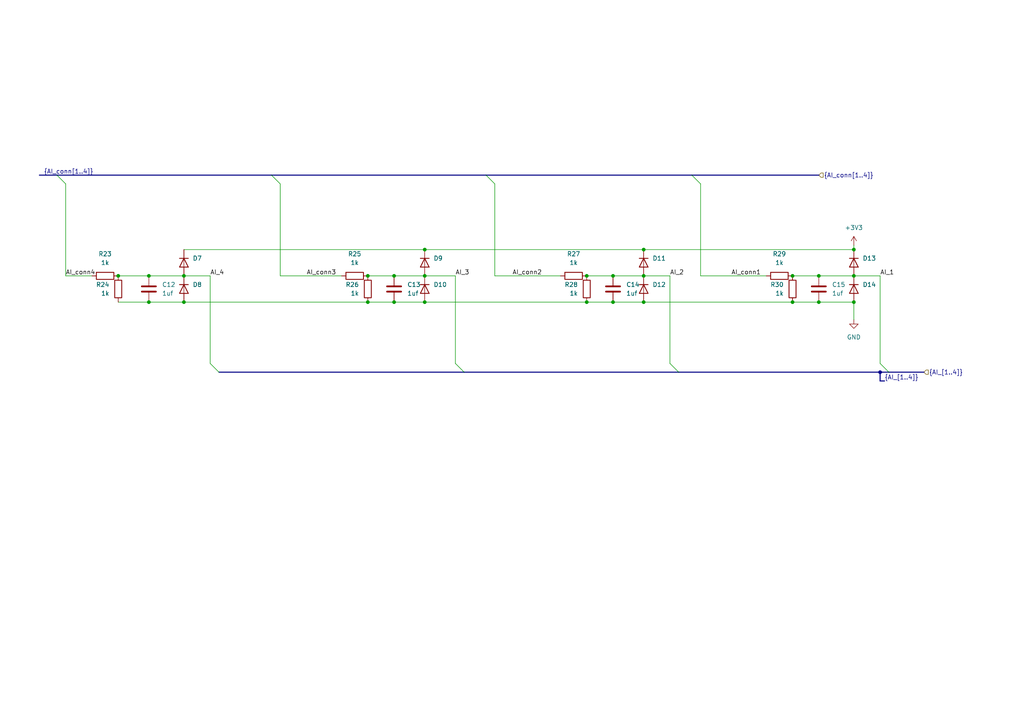
<source format=kicad_sch>
(kicad_sch
	(version 20231120)
	(generator "eeschema")
	(generator_version "8.0")
	(uuid "28447433-6024-4a74-81b1-fc2684fc0ff8")
	(paper "A4")
	(lib_symbols
		(symbol "Device:C"
			(pin_numbers hide)
			(pin_names
				(offset 0.254)
			)
			(exclude_from_sim no)
			(in_bom yes)
			(on_board yes)
			(property "Reference" "C"
				(at 0.635 2.54 0)
				(effects
					(font
						(size 1.27 1.27)
					)
					(justify left)
				)
			)
			(property "Value" "C"
				(at 0.635 -2.54 0)
				(effects
					(font
						(size 1.27 1.27)
					)
					(justify left)
				)
			)
			(property "Footprint" ""
				(at 0.9652 -3.81 0)
				(effects
					(font
						(size 1.27 1.27)
					)
					(hide yes)
				)
			)
			(property "Datasheet" "~"
				(at 0 0 0)
				(effects
					(font
						(size 1.27 1.27)
					)
					(hide yes)
				)
			)
			(property "Description" "Unpolarized capacitor"
				(at 0 0 0)
				(effects
					(font
						(size 1.27 1.27)
					)
					(hide yes)
				)
			)
			(property "ki_keywords" "cap capacitor"
				(at 0 0 0)
				(effects
					(font
						(size 1.27 1.27)
					)
					(hide yes)
				)
			)
			(property "ki_fp_filters" "C_*"
				(at 0 0 0)
				(effects
					(font
						(size 1.27 1.27)
					)
					(hide yes)
				)
			)
			(symbol "C_0_1"
				(polyline
					(pts
						(xy -2.032 -0.762) (xy 2.032 -0.762)
					)
					(stroke
						(width 0.508)
						(type default)
					)
					(fill
						(type none)
					)
				)
				(polyline
					(pts
						(xy -2.032 0.762) (xy 2.032 0.762)
					)
					(stroke
						(width 0.508)
						(type default)
					)
					(fill
						(type none)
					)
				)
			)
			(symbol "C_1_1"
				(pin passive line
					(at 0 3.81 270)
					(length 2.794)
					(name "~"
						(effects
							(font
								(size 1.27 1.27)
							)
						)
					)
					(number "1"
						(effects
							(font
								(size 1.27 1.27)
							)
						)
					)
				)
				(pin passive line
					(at 0 -3.81 90)
					(length 2.794)
					(name "~"
						(effects
							(font
								(size 1.27 1.27)
							)
						)
					)
					(number "2"
						(effects
							(font
								(size 1.27 1.27)
							)
						)
					)
				)
			)
		)
		(symbol "Device:D"
			(pin_numbers hide)
			(pin_names
				(offset 1.016) hide)
			(exclude_from_sim no)
			(in_bom yes)
			(on_board yes)
			(property "Reference" "D"
				(at 0 2.54 0)
				(effects
					(font
						(size 1.27 1.27)
					)
				)
			)
			(property "Value" "D"
				(at 0 -2.54 0)
				(effects
					(font
						(size 1.27 1.27)
					)
				)
			)
			(property "Footprint" ""
				(at 0 0 0)
				(effects
					(font
						(size 1.27 1.27)
					)
					(hide yes)
				)
			)
			(property "Datasheet" "~"
				(at 0 0 0)
				(effects
					(font
						(size 1.27 1.27)
					)
					(hide yes)
				)
			)
			(property "Description" "Diode"
				(at 0 0 0)
				(effects
					(font
						(size 1.27 1.27)
					)
					(hide yes)
				)
			)
			(property "Sim.Device" "D"
				(at 0 0 0)
				(effects
					(font
						(size 1.27 1.27)
					)
					(hide yes)
				)
			)
			(property "Sim.Pins" "1=K 2=A"
				(at 0 0 0)
				(effects
					(font
						(size 1.27 1.27)
					)
					(hide yes)
				)
			)
			(property "ki_keywords" "diode"
				(at 0 0 0)
				(effects
					(font
						(size 1.27 1.27)
					)
					(hide yes)
				)
			)
			(property "ki_fp_filters" "TO-???* *_Diode_* *SingleDiode* D_*"
				(at 0 0 0)
				(effects
					(font
						(size 1.27 1.27)
					)
					(hide yes)
				)
			)
			(symbol "D_0_1"
				(polyline
					(pts
						(xy -1.27 1.27) (xy -1.27 -1.27)
					)
					(stroke
						(width 0.254)
						(type default)
					)
					(fill
						(type none)
					)
				)
				(polyline
					(pts
						(xy 1.27 0) (xy -1.27 0)
					)
					(stroke
						(width 0)
						(type default)
					)
					(fill
						(type none)
					)
				)
				(polyline
					(pts
						(xy 1.27 1.27) (xy 1.27 -1.27) (xy -1.27 0) (xy 1.27 1.27)
					)
					(stroke
						(width 0.254)
						(type default)
					)
					(fill
						(type none)
					)
				)
			)
			(symbol "D_1_1"
				(pin passive line
					(at -3.81 0 0)
					(length 2.54)
					(name "K"
						(effects
							(font
								(size 1.27 1.27)
							)
						)
					)
					(number "1"
						(effects
							(font
								(size 1.27 1.27)
							)
						)
					)
				)
				(pin passive line
					(at 3.81 0 180)
					(length 2.54)
					(name "A"
						(effects
							(font
								(size 1.27 1.27)
							)
						)
					)
					(number "2"
						(effects
							(font
								(size 1.27 1.27)
							)
						)
					)
				)
			)
		)
		(symbol "Device:R"
			(pin_numbers hide)
			(pin_names
				(offset 0)
			)
			(exclude_from_sim no)
			(in_bom yes)
			(on_board yes)
			(property "Reference" "R"
				(at 2.032 0 90)
				(effects
					(font
						(size 1.27 1.27)
					)
				)
			)
			(property "Value" "R"
				(at 0 0 90)
				(effects
					(font
						(size 1.27 1.27)
					)
				)
			)
			(property "Footprint" ""
				(at -1.778 0 90)
				(effects
					(font
						(size 1.27 1.27)
					)
					(hide yes)
				)
			)
			(property "Datasheet" "~"
				(at 0 0 0)
				(effects
					(font
						(size 1.27 1.27)
					)
					(hide yes)
				)
			)
			(property "Description" "Resistor"
				(at 0 0 0)
				(effects
					(font
						(size 1.27 1.27)
					)
					(hide yes)
				)
			)
			(property "ki_keywords" "R res resistor"
				(at 0 0 0)
				(effects
					(font
						(size 1.27 1.27)
					)
					(hide yes)
				)
			)
			(property "ki_fp_filters" "R_*"
				(at 0 0 0)
				(effects
					(font
						(size 1.27 1.27)
					)
					(hide yes)
				)
			)
			(symbol "R_0_1"
				(rectangle
					(start -1.016 -2.54)
					(end 1.016 2.54)
					(stroke
						(width 0.254)
						(type default)
					)
					(fill
						(type none)
					)
				)
			)
			(symbol "R_1_1"
				(pin passive line
					(at 0 3.81 270)
					(length 1.27)
					(name "~"
						(effects
							(font
								(size 1.27 1.27)
							)
						)
					)
					(number "1"
						(effects
							(font
								(size 1.27 1.27)
							)
						)
					)
				)
				(pin passive line
					(at 0 -3.81 90)
					(length 1.27)
					(name "~"
						(effects
							(font
								(size 1.27 1.27)
							)
						)
					)
					(number "2"
						(effects
							(font
								(size 1.27 1.27)
							)
						)
					)
				)
			)
		)
		(symbol "power:+3V3"
			(power)
			(pin_numbers hide)
			(pin_names
				(offset 0) hide)
			(exclude_from_sim no)
			(in_bom yes)
			(on_board yes)
			(property "Reference" "#PWR"
				(at 0 -3.81 0)
				(effects
					(font
						(size 1.27 1.27)
					)
					(hide yes)
				)
			)
			(property "Value" "+3V3"
				(at 0 3.556 0)
				(effects
					(font
						(size 1.27 1.27)
					)
				)
			)
			(property "Footprint" ""
				(at 0 0 0)
				(effects
					(font
						(size 1.27 1.27)
					)
					(hide yes)
				)
			)
			(property "Datasheet" ""
				(at 0 0 0)
				(effects
					(font
						(size 1.27 1.27)
					)
					(hide yes)
				)
			)
			(property "Description" "Power symbol creates a global label with name \"+3V3\""
				(at 0 0 0)
				(effects
					(font
						(size 1.27 1.27)
					)
					(hide yes)
				)
			)
			(property "ki_keywords" "global power"
				(at 0 0 0)
				(effects
					(font
						(size 1.27 1.27)
					)
					(hide yes)
				)
			)
			(symbol "+3V3_0_1"
				(polyline
					(pts
						(xy -0.762 1.27) (xy 0 2.54)
					)
					(stroke
						(width 0)
						(type default)
					)
					(fill
						(type none)
					)
				)
				(polyline
					(pts
						(xy 0 0) (xy 0 2.54)
					)
					(stroke
						(width 0)
						(type default)
					)
					(fill
						(type none)
					)
				)
				(polyline
					(pts
						(xy 0 2.54) (xy 0.762 1.27)
					)
					(stroke
						(width 0)
						(type default)
					)
					(fill
						(type none)
					)
				)
			)
			(symbol "+3V3_1_1"
				(pin power_in line
					(at 0 0 90)
					(length 0)
					(name "~"
						(effects
							(font
								(size 1.27 1.27)
							)
						)
					)
					(number "1"
						(effects
							(font
								(size 1.27 1.27)
							)
						)
					)
				)
			)
		)
		(symbol "power:GND"
			(power)
			(pin_numbers hide)
			(pin_names
				(offset 0) hide)
			(exclude_from_sim no)
			(in_bom yes)
			(on_board yes)
			(property "Reference" "#PWR"
				(at 0 -6.35 0)
				(effects
					(font
						(size 1.27 1.27)
					)
					(hide yes)
				)
			)
			(property "Value" "GND"
				(at 0 -3.81 0)
				(effects
					(font
						(size 1.27 1.27)
					)
				)
			)
			(property "Footprint" ""
				(at 0 0 0)
				(effects
					(font
						(size 1.27 1.27)
					)
					(hide yes)
				)
			)
			(property "Datasheet" ""
				(at 0 0 0)
				(effects
					(font
						(size 1.27 1.27)
					)
					(hide yes)
				)
			)
			(property "Description" "Power symbol creates a global label with name \"GND\" , ground"
				(at 0 0 0)
				(effects
					(font
						(size 1.27 1.27)
					)
					(hide yes)
				)
			)
			(property "ki_keywords" "global power"
				(at 0 0 0)
				(effects
					(font
						(size 1.27 1.27)
					)
					(hide yes)
				)
			)
			(symbol "GND_0_1"
				(polyline
					(pts
						(xy 0 0) (xy 0 -1.27) (xy 1.27 -1.27) (xy 0 -2.54) (xy -1.27 -1.27) (xy 0 -1.27)
					)
					(stroke
						(width 0)
						(type default)
					)
					(fill
						(type none)
					)
				)
			)
			(symbol "GND_1_1"
				(pin power_in line
					(at 0 0 270)
					(length 0)
					(name "~"
						(effects
							(font
								(size 1.27 1.27)
							)
						)
					)
					(number "1"
						(effects
							(font
								(size 1.27 1.27)
							)
						)
					)
				)
			)
		)
	)
	(junction
		(at 229.87 87.63)
		(diameter 0)
		(color 0 0 0 0)
		(uuid "0888861c-74e4-4652-920b-f9c96131b2f2")
	)
	(junction
		(at 53.34 87.63)
		(diameter 0)
		(color 0 0 0 0)
		(uuid "0a8d597c-fe36-4f29-ab10-fe2a4e4cc8e9")
	)
	(junction
		(at 177.8 80.01)
		(diameter 0)
		(color 0 0 0 0)
		(uuid "2204862b-472b-4496-84bb-a68670e7bca5")
	)
	(junction
		(at 229.87 80.01)
		(diameter 0)
		(color 0 0 0 0)
		(uuid "2786478b-5962-4f86-b223-f86366e7c428")
	)
	(junction
		(at 186.69 80.01)
		(diameter 0)
		(color 0 0 0 0)
		(uuid "536a8fd8-12fe-46fa-8b8b-b468f1ac6dcd")
	)
	(junction
		(at 255.27 107.95)
		(diameter 0)
		(color 0 0 0 0)
		(uuid "5f70e00e-df87-4c80-995a-e841e3eeeb73")
	)
	(junction
		(at 237.49 80.01)
		(diameter 0)
		(color 0 0 0 0)
		(uuid "6c72f446-fbb5-4973-afa8-d3edac86786f")
	)
	(junction
		(at 247.65 72.39)
		(diameter 0)
		(color 0 0 0 0)
		(uuid "6e9ef986-ee54-4464-81f2-e218e5eb7443")
	)
	(junction
		(at 123.19 80.01)
		(diameter 0)
		(color 0 0 0 0)
		(uuid "786b636b-4655-4091-8c4f-0e78e68218d0")
	)
	(junction
		(at 247.65 87.63)
		(diameter 0)
		(color 0 0 0 0)
		(uuid "8237632a-3532-451b-b8eb-934c616d5ea0")
	)
	(junction
		(at 43.18 80.01)
		(diameter 0)
		(color 0 0 0 0)
		(uuid "85a60a8b-2578-42b1-a0c8-05ac19b468c7")
	)
	(junction
		(at 43.18 87.63)
		(diameter 0)
		(color 0 0 0 0)
		(uuid "8af25ffb-5406-4ca7-9b45-5e8da8320b28")
	)
	(junction
		(at 114.3 80.01)
		(diameter 0)
		(color 0 0 0 0)
		(uuid "8ded1e5a-55c4-4fe7-bcba-a6d20ba08a6a")
	)
	(junction
		(at 186.69 87.63)
		(diameter 0)
		(color 0 0 0 0)
		(uuid "8eec9dc8-0281-4aa5-9171-4973fbb16c75")
	)
	(junction
		(at 177.8 87.63)
		(diameter 0)
		(color 0 0 0 0)
		(uuid "97ab60f9-f26d-472b-9429-88d4ac2474da")
	)
	(junction
		(at 237.49 87.63)
		(diameter 0)
		(color 0 0 0 0)
		(uuid "a230af0e-8f32-4d58-9e68-8f9557d08908")
	)
	(junction
		(at 186.69 72.39)
		(diameter 0)
		(color 0 0 0 0)
		(uuid "b44973a0-493f-4d03-a74a-690534857021")
	)
	(junction
		(at 123.19 87.63)
		(diameter 0)
		(color 0 0 0 0)
		(uuid "c11e07c3-3241-47e8-839d-277452875ceb")
	)
	(junction
		(at 247.65 80.01)
		(diameter 0)
		(color 0 0 0 0)
		(uuid "c9c3fd3d-30a4-4f0c-adf3-0bad0be73163")
	)
	(junction
		(at 34.29 80.01)
		(diameter 0)
		(color 0 0 0 0)
		(uuid "c9e7bf5d-a828-4481-9ed4-4171cd323eac")
	)
	(junction
		(at 114.3 87.63)
		(diameter 0)
		(color 0 0 0 0)
		(uuid "cdbe8d80-a12c-4587-a638-47ee309c2aa7")
	)
	(junction
		(at 170.18 80.01)
		(diameter 0)
		(color 0 0 0 0)
		(uuid "d9dad4b6-acf5-44e2-8433-5ddc254fa1fb")
	)
	(junction
		(at 106.68 80.01)
		(diameter 0)
		(color 0 0 0 0)
		(uuid "df67ffd7-4739-4bae-acb7-07bf9338a022")
	)
	(junction
		(at 106.68 87.63)
		(diameter 0)
		(color 0 0 0 0)
		(uuid "e93a1b49-d19d-4409-91bc-77215032e069")
	)
	(junction
		(at 123.19 72.39)
		(diameter 0)
		(color 0 0 0 0)
		(uuid "ea7f241e-ec10-41b4-a57a-e24fb9150d3b")
	)
	(junction
		(at 53.34 80.01)
		(diameter 0)
		(color 0 0 0 0)
		(uuid "ec7c1ccc-af4b-4124-9dbe-49d37661dedd")
	)
	(junction
		(at 170.18 87.63)
		(diameter 0)
		(color 0 0 0 0)
		(uuid "f2344574-7941-4c0d-9a24-d1af85becf17")
	)
	(bus_entry
		(at 140.97 50.8)
		(size 2.54 2.54)
		(stroke
			(width 0)
			(type default)
		)
		(uuid "29be6de7-a9a9-4e79-8b5c-4af2148f750d")
	)
	(bus_entry
		(at 257.81 107.95)
		(size -2.54 -2.54)
		(stroke
			(width 0)
			(type default)
		)
		(uuid "2a75bc6c-0073-4cc6-be3d-56495344a5ae")
	)
	(bus_entry
		(at 200.66 50.8)
		(size 2.54 2.54)
		(stroke
			(width 0)
			(type default)
		)
		(uuid "2b7aa754-45f4-4692-afa0-15aef07aeaef")
	)
	(bus_entry
		(at 196.85 107.95)
		(size -2.54 -2.54)
		(stroke
			(width 0)
			(type default)
		)
		(uuid "3073c909-50ec-4d7d-8167-18f5b8816fbf")
	)
	(bus_entry
		(at 63.5 107.95)
		(size -2.54 -2.54)
		(stroke
			(width 0)
			(type default)
		)
		(uuid "334c832c-a8d6-4ff7-a254-03e8aa9fedbb")
	)
	(bus_entry
		(at 134.62 107.95)
		(size -2.54 -2.54)
		(stroke
			(width 0)
			(type default)
		)
		(uuid "7529d989-75c4-42df-b454-4837687d3955")
	)
	(bus_entry
		(at 16.51 50.8)
		(size 2.54 2.54)
		(stroke
			(width 0)
			(type default)
		)
		(uuid "7a4b8ddc-43c9-4cee-91e6-195be4776b17")
	)
	(bus_entry
		(at 78.74 50.8)
		(size 2.54 2.54)
		(stroke
			(width 0)
			(type default)
		)
		(uuid "899b28e2-bc03-42de-9d76-97f2e27d25a0")
	)
	(wire
		(pts
			(xy 132.08 80.01) (xy 123.19 80.01)
		)
		(stroke
			(width 0)
			(type default)
		)
		(uuid "0b529261-91ac-4225-b1fa-f59b0c676932")
	)
	(bus
		(pts
			(xy 255.27 110.49) (xy 255.27 107.95)
		)
		(stroke
			(width 0)
			(type default)
		)
		(uuid "13ff0516-7747-498b-892a-d65c22ffcc48")
	)
	(wire
		(pts
			(xy 81.28 80.01) (xy 99.06 80.01)
		)
		(stroke
			(width 0)
			(type default)
		)
		(uuid "1890cce0-537e-43c5-8afc-6d333757a04d")
	)
	(wire
		(pts
			(xy 114.3 87.63) (xy 123.19 87.63)
		)
		(stroke
			(width 0)
			(type default)
		)
		(uuid "1bcbc562-d4f5-4bd9-a165-e5127af54ace")
	)
	(bus
		(pts
			(xy 78.74 50.8) (xy 140.97 50.8)
		)
		(stroke
			(width 0)
			(type default)
		)
		(uuid "1f8ddcc0-0a5a-4b96-91cd-02b4efeeb273")
	)
	(bus
		(pts
			(xy 63.5 107.95) (xy 134.62 107.95)
		)
		(stroke
			(width 0)
			(type default)
		)
		(uuid "253048bf-5752-49a9-815c-28b71637e30b")
	)
	(wire
		(pts
			(xy 203.2 53.34) (xy 203.2 80.01)
		)
		(stroke
			(width 0)
			(type default)
		)
		(uuid "2643b22a-5912-4129-86a4-eacaf07f5767")
	)
	(wire
		(pts
			(xy 60.96 80.01) (xy 53.34 80.01)
		)
		(stroke
			(width 0)
			(type default)
		)
		(uuid "27265116-f147-4984-8732-f307b36f09f0")
	)
	(wire
		(pts
			(xy 43.18 87.63) (xy 53.34 87.63)
		)
		(stroke
			(width 0)
			(type default)
		)
		(uuid "43daa480-34de-4d40-9dd5-4c3060cbeb61")
	)
	(wire
		(pts
			(xy 247.65 80.01) (xy 255.27 80.01)
		)
		(stroke
			(width 0)
			(type default)
		)
		(uuid "4947b7b8-8e82-4cd0-958e-3f1488385d2c")
	)
	(wire
		(pts
			(xy 170.18 80.01) (xy 177.8 80.01)
		)
		(stroke
			(width 0)
			(type default)
		)
		(uuid "50a1d4de-e663-4ecc-b6ce-4de7e9ebbf76")
	)
	(wire
		(pts
			(xy 81.28 53.34) (xy 81.28 80.01)
		)
		(stroke
			(width 0)
			(type default)
		)
		(uuid "5475653f-8ff3-4fd7-a4a1-9172b51fb016")
	)
	(wire
		(pts
			(xy 177.8 87.63) (xy 186.69 87.63)
		)
		(stroke
			(width 0)
			(type default)
		)
		(uuid "5d7d5d8b-e26e-43e1-8331-d84a121f5c17")
	)
	(wire
		(pts
			(xy 247.65 71.12) (xy 247.65 72.39)
		)
		(stroke
			(width 0)
			(type default)
		)
		(uuid "5e08e508-9633-4a1d-8ea2-b51dc9e71017")
	)
	(wire
		(pts
			(xy 132.08 105.41) (xy 132.08 80.01)
		)
		(stroke
			(width 0)
			(type default)
		)
		(uuid "6113ba58-c7a3-41fa-b744-839b299aeb0a")
	)
	(bus
		(pts
			(xy 196.85 107.95) (xy 134.62 107.95)
		)
		(stroke
			(width 0)
			(type default)
		)
		(uuid "6557e027-4ac9-42b7-b556-5fe0446bd27d")
	)
	(wire
		(pts
			(xy 123.19 72.39) (xy 186.69 72.39)
		)
		(stroke
			(width 0)
			(type default)
		)
		(uuid "6c308854-f198-4650-9ceb-04841f4973ee")
	)
	(wire
		(pts
			(xy 34.29 87.63) (xy 43.18 87.63)
		)
		(stroke
			(width 0)
			(type default)
		)
		(uuid "725d0f24-0ee9-4e7d-8416-b3751b28be83")
	)
	(wire
		(pts
			(xy 34.29 80.01) (xy 43.18 80.01)
		)
		(stroke
			(width 0)
			(type default)
		)
		(uuid "7837e3a4-4f65-4dbc-97bc-e382d9e6f1da")
	)
	(wire
		(pts
			(xy 19.05 53.34) (xy 19.05 80.01)
		)
		(stroke
			(width 0)
			(type default)
		)
		(uuid "877b32c6-1c89-4138-b07c-7d5959f7d525")
	)
	(bus
		(pts
			(xy 140.97 50.8) (xy 200.66 50.8)
		)
		(stroke
			(width 0)
			(type default)
		)
		(uuid "87f4bedb-61d9-4cf7-99d2-bdf296c67d96")
	)
	(wire
		(pts
			(xy 53.34 72.39) (xy 123.19 72.39)
		)
		(stroke
			(width 0)
			(type default)
		)
		(uuid "89c40b77-9c77-431f-a669-d640d2f03389")
	)
	(wire
		(pts
			(xy 229.87 80.01) (xy 237.49 80.01)
		)
		(stroke
			(width 0)
			(type default)
		)
		(uuid "8b2d4441-bd86-4628-aa1d-3117205e3f37")
	)
	(wire
		(pts
			(xy 170.18 87.63) (xy 177.8 87.63)
		)
		(stroke
			(width 0)
			(type default)
		)
		(uuid "9000bd61-d08f-4cfb-8698-a92493eea06c")
	)
	(wire
		(pts
			(xy 247.65 92.71) (xy 247.65 87.63)
		)
		(stroke
			(width 0)
			(type default)
		)
		(uuid "9537df92-919f-458a-8850-d3c40d8234f9")
	)
	(wire
		(pts
			(xy 43.18 80.01) (xy 53.34 80.01)
		)
		(stroke
			(width 0)
			(type default)
		)
		(uuid "99fda65e-0612-4997-b6f6-8725c7677b87")
	)
	(bus
		(pts
			(xy 256.54 110.49) (xy 255.27 110.49)
		)
		(stroke
			(width 0)
			(type default)
		)
		(uuid "9cd9948c-e0c8-4a14-8513-719a9c100ef5")
	)
	(wire
		(pts
			(xy 114.3 80.01) (xy 123.19 80.01)
		)
		(stroke
			(width 0)
			(type default)
		)
		(uuid "9d071234-c8f1-4655-adac-b136042562db")
	)
	(wire
		(pts
			(xy 186.69 72.39) (xy 247.65 72.39)
		)
		(stroke
			(width 0)
			(type default)
		)
		(uuid "a1435ccc-ec7d-4fd5-a9de-566c67c7f607")
	)
	(wire
		(pts
			(xy 143.51 53.34) (xy 143.51 80.01)
		)
		(stroke
			(width 0)
			(type default)
		)
		(uuid "a5dcd1fa-792e-40d4-93b1-36e49f74fd14")
	)
	(bus
		(pts
			(xy 267.97 107.95) (xy 257.81 107.95)
		)
		(stroke
			(width 0)
			(type default)
		)
		(uuid "ae30619f-6e1d-444c-8a05-a5a4376a6c3d")
	)
	(bus
		(pts
			(xy 257.81 107.95) (xy 255.27 107.95)
		)
		(stroke
			(width 0)
			(type default)
		)
		(uuid "bf6c6780-916b-4e22-a6bb-e2c70414ffa4")
	)
	(bus
		(pts
			(xy 200.66 50.8) (xy 237.49 50.8)
		)
		(stroke
			(width 0)
			(type default)
		)
		(uuid "c4960eea-1997-49ae-a1b7-a8954f70c455")
	)
	(wire
		(pts
			(xy 237.49 87.63) (xy 247.65 87.63)
		)
		(stroke
			(width 0)
			(type default)
		)
		(uuid "c5c94397-f27c-4fd9-b6bb-25c350bec82a")
	)
	(wire
		(pts
			(xy 177.8 80.01) (xy 186.69 80.01)
		)
		(stroke
			(width 0)
			(type default)
		)
		(uuid "c90fae06-4694-49e6-9af7-b426409e640a")
	)
	(bus
		(pts
			(xy 16.51 50.8) (xy 78.74 50.8)
		)
		(stroke
			(width 0)
			(type default)
		)
		(uuid "c9cd245d-e2c4-4952-b21a-e827128aa6d5")
	)
	(wire
		(pts
			(xy 53.34 87.63) (xy 106.68 87.63)
		)
		(stroke
			(width 0)
			(type default)
		)
		(uuid "cc839b6f-1122-4b84-9921-653e849fcea0")
	)
	(bus
		(pts
			(xy 196.85 107.95) (xy 255.27 107.95)
		)
		(stroke
			(width 0)
			(type default)
		)
		(uuid "ce2ced85-e59f-4716-9fdf-f5fed387fcd9")
	)
	(wire
		(pts
			(xy 143.51 80.01) (xy 162.56 80.01)
		)
		(stroke
			(width 0)
			(type default)
		)
		(uuid "d31ebeb4-5001-40e9-acb2-f7337dee32e7")
	)
	(wire
		(pts
			(xy 229.87 87.63) (xy 237.49 87.63)
		)
		(stroke
			(width 0)
			(type default)
		)
		(uuid "dd056915-0a1a-41db-8e8d-b37585be60c6")
	)
	(wire
		(pts
			(xy 255.27 105.41) (xy 255.27 80.01)
		)
		(stroke
			(width 0)
			(type default)
		)
		(uuid "df89dca1-b1c5-401f-bb06-db67de972211")
	)
	(bus
		(pts
			(xy 11.43 50.8) (xy 16.51 50.8)
		)
		(stroke
			(width 0)
			(type default)
		)
		(uuid "e2542561-8b1f-4cef-ab57-8e5a70224750")
	)
	(wire
		(pts
			(xy 194.31 80.01) (xy 186.69 80.01)
		)
		(stroke
			(width 0)
			(type default)
		)
		(uuid "e80b5159-e2de-497c-aed8-ac379d5b3474")
	)
	(wire
		(pts
			(xy 194.31 105.41) (xy 194.31 80.01)
		)
		(stroke
			(width 0)
			(type default)
		)
		(uuid "eb37c648-1e3d-45b9-b95f-abf82603a450")
	)
	(wire
		(pts
			(xy 60.96 105.41) (xy 60.96 80.01)
		)
		(stroke
			(width 0)
			(type default)
		)
		(uuid "f1b921af-4be4-410c-926b-4904c663930d")
	)
	(wire
		(pts
			(xy 106.68 87.63) (xy 114.3 87.63)
		)
		(stroke
			(width 0)
			(type default)
		)
		(uuid "f7164f56-ac4a-40a7-a629-8ad0059ce901")
	)
	(wire
		(pts
			(xy 237.49 80.01) (xy 247.65 80.01)
		)
		(stroke
			(width 0)
			(type default)
		)
		(uuid "f8b40a12-dac9-4042-871d-b7a92c27a4ba")
	)
	(wire
		(pts
			(xy 186.69 87.63) (xy 229.87 87.63)
		)
		(stroke
			(width 0)
			(type default)
		)
		(uuid "fa2b912b-f530-4b21-9e0d-cbebad587621")
	)
	(wire
		(pts
			(xy 19.05 80.01) (xy 26.67 80.01)
		)
		(stroke
			(width 0)
			(type default)
		)
		(uuid "fad33eb3-bf44-4330-aa5b-cf9da2e6fb36")
	)
	(wire
		(pts
			(xy 106.68 80.01) (xy 114.3 80.01)
		)
		(stroke
			(width 0)
			(type default)
		)
		(uuid "fc3e15fb-85dd-4c69-a8f7-53040bec6542")
	)
	(wire
		(pts
			(xy 123.19 87.63) (xy 170.18 87.63)
		)
		(stroke
			(width 0)
			(type default)
		)
		(uuid "fc8f61dc-a724-4ad6-bbcd-9277fcc9d22f")
	)
	(wire
		(pts
			(xy 203.2 80.01) (xy 222.25 80.01)
		)
		(stroke
			(width 0)
			(type default)
		)
		(uuid "ff5fd58d-1037-4a81-b3d4-feb479f51801")
	)
	(label "AI_4"
		(at 60.96 80.01 0)
		(fields_autoplaced yes)
		(effects
			(font
				(size 1.27 1.27)
			)
			(justify left bottom)
		)
		(uuid "1452c8df-69b3-4bcc-ae7f-01c16b94beef")
	)
	(label "AI_conn4"
		(at 19.05 80.01 0)
		(fields_autoplaced yes)
		(effects
			(font
				(size 1.27 1.27)
			)
			(justify left bottom)
		)
		(uuid "15bed9bd-73de-4e4b-a9b1-667e5535ad38")
	)
	(label "AI_conn3"
		(at 88.9 80.01 0)
		(fields_autoplaced yes)
		(effects
			(font
				(size 1.27 1.27)
			)
			(justify left bottom)
		)
		(uuid "4ada865a-1257-4f98-bae3-eda4529354e0")
	)
	(label "AI_2"
		(at 194.31 80.01 0)
		(fields_autoplaced yes)
		(effects
			(font
				(size 1.27 1.27)
			)
			(justify left bottom)
		)
		(uuid "4c5893c6-8ec8-481a-bfe3-cff829f31da9")
	)
	(label "AI_conn1"
		(at 212.09 80.01 0)
		(fields_autoplaced yes)
		(effects
			(font
				(size 1.27 1.27)
			)
			(justify left bottom)
		)
		(uuid "945621ab-a24c-4fe9-8ae6-4a8e81c0691d")
	)
	(label "{AI_[1..4]}"
		(at 256.54 110.49 0)
		(fields_autoplaced yes)
		(effects
			(font
				(size 1.27 1.27)
			)
			(justify left bottom)
		)
		(uuid "96e75197-2b46-46ad-831a-1f93e6c3d1fc")
	)
	(label "AI_3"
		(at 132.08 80.01 0)
		(fields_autoplaced yes)
		(effects
			(font
				(size 1.27 1.27)
			)
			(justify left bottom)
		)
		(uuid "9e613577-7de9-44c9-bfca-aad321253ec2")
	)
	(label "AI_conn2"
		(at 148.59 80.01 0)
		(fields_autoplaced yes)
		(effects
			(font
				(size 1.27 1.27)
			)
			(justify left bottom)
		)
		(uuid "d0fb98dd-2d52-4736-b16e-3ad3dfed69db")
	)
	(label "{AI_conn[1..4]}"
		(at 12.7 50.8 0)
		(fields_autoplaced yes)
		(effects
			(font
				(size 1.27 1.27)
			)
			(justify left bottom)
		)
		(uuid "d6919207-878b-4a98-b641-543858924f2f")
	)
	(label "AI_1"
		(at 255.27 80.01 0)
		(fields_autoplaced yes)
		(effects
			(font
				(size 1.27 1.27)
			)
			(justify left bottom)
		)
		(uuid "f03ec7ff-fa02-4b1f-809b-c2fa7e5def02")
	)
	(hierarchical_label "{AI_[1..4]}"
		(shape input)
		(at 267.97 107.95 0)
		(fields_autoplaced yes)
		(effects
			(font
				(size 1.27 1.27)
			)
			(justify left)
		)
		(uuid "7d7cb038-fc37-4890-8b71-850fca72bec9")
	)
	(hierarchical_label "{AI_conn[1..4]}"
		(shape input)
		(at 237.49 50.8 0)
		(fields_autoplaced yes)
		(effects
			(font
				(size 1.27 1.27)
			)
			(justify left)
		)
		(uuid "de1cd911-5d6b-4785-bbf8-95aee42ba48d")
	)
	(symbol
		(lib_id "Device:R")
		(at 102.87 80.01 270)
		(mirror x)
		(unit 1)
		(exclude_from_sim no)
		(in_bom yes)
		(on_board yes)
		(dnp no)
		(fields_autoplaced yes)
		(uuid "181656a9-1f16-4b12-a391-ec3030991bfb")
		(property "Reference" "R25"
			(at 102.87 73.66 90)
			(effects
				(font
					(size 1.27 1.27)
				)
			)
		)
		(property "Value" "1k"
			(at 102.87 76.2 90)
			(effects
				(font
					(size 1.27 1.27)
				)
			)
		)
		(property "Footprint" "Resistor_SMD:R_0402_1005Metric_Pad0.72x0.64mm_HandSolder"
			(at 102.87 81.788 90)
			(effects
				(font
					(size 1.27 1.27)
				)
				(hide yes)
			)
		)
		(property "Datasheet" "https://api.pim.na.industrial.panasonic.com/file_stream/main/fileversion/1242"
			(at 102.87 80.01 0)
			(effects
				(font
					(size 1.27 1.27)
				)
				(hide yes)
			)
		)
		(property "Description" "Resistor (ERJ-2GEJ102X)"
			(at 102.87 80.01 0)
			(effects
				(font
					(size 1.27 1.27)
				)
				(hide yes)
			)
		)
		(property "Manufacturer_Part_Number" "ERJ-2GEJ102X"
			(at 102.87 80.01 0)
			(effects
				(font
					(size 1.27 1.27)
				)
				(hide yes)
			)
		)
		(pin "1"
			(uuid "98d513fa-e8e5-478d-b136-5c40251c7158")
		)
		(pin "2"
			(uuid "6773a857-ea11-46fb-99fe-0c87d2c8848e")
		)
		(instances
			(project "CabShield"
				(path "/423ac0d9-40b1-4bed-82b4-a9f410a0b373/fcbdf8a8-da28-4547-a4b0-fed6fb47bb30"
					(reference "R25")
					(unit 1)
				)
			)
		)
	)
	(symbol
		(lib_id "Device:D")
		(at 53.34 83.82 270)
		(unit 1)
		(exclude_from_sim no)
		(in_bom yes)
		(on_board yes)
		(dnp no)
		(fields_autoplaced yes)
		(uuid "1ac7b094-4c2a-422c-bed6-5cee1e9c25e5")
		(property "Reference" "D8"
			(at 55.88 82.5499 90)
			(effects
				(font
					(size 1.27 1.27)
				)
				(justify left)
			)
		)
		(property "Value" "1N4148W-7-F"
			(at 55.88 85.0899 90)
			(effects
				(font
					(size 1.27 1.27)
				)
				(justify left)
				(hide yes)
			)
		)
		(property "Footprint" "Diode_SMD:Nexperia_CFP3_SOD-123W"
			(at 53.34 83.82 0)
			(effects
				(font
					(size 1.27 1.27)
				)
				(hide yes)
			)
		)
		(property "Datasheet" "https://www.diodes.com/assets/Datasheets/BAV16W_1N4148W.pdf"
			(at 53.34 83.82 0)
			(effects
				(font
					(size 1.27 1.27)
				)
				(hide yes)
			)
		)
		(property "Description" "Diode"
			(at 53.34 83.82 0)
			(effects
				(font
					(size 1.27 1.27)
				)
				(hide yes)
			)
		)
		(property "Sim.Device" "D"
			(at 53.34 83.82 0)
			(effects
				(font
					(size 1.27 1.27)
				)
				(hide yes)
			)
		)
		(property "Sim.Pins" "1=K 2=A"
			(at 53.34 83.82 0)
			(effects
				(font
					(size 1.27 1.27)
				)
				(hide yes)
			)
		)
		(property "Manufacturer_Part_Number" "1N4148W-7-F"
			(at 53.34 83.82 0)
			(effects
				(font
					(size 1.27 1.27)
				)
				(hide yes)
			)
		)
		(pin "2"
			(uuid "25b53c73-f0b2-43dc-8388-b8d49ad20067")
		)
		(pin "1"
			(uuid "a25062b7-821b-40bf-a0a8-333bed1275cd")
		)
		(instances
			(project "CabShield"
				(path "/423ac0d9-40b1-4bed-82b4-a9f410a0b373/fcbdf8a8-da28-4547-a4b0-fed6fb47bb30"
					(reference "D8")
					(unit 1)
				)
			)
		)
	)
	(symbol
		(lib_id "Device:R")
		(at 229.87 83.82 0)
		(mirror x)
		(unit 1)
		(exclude_from_sim no)
		(in_bom yes)
		(on_board yes)
		(dnp no)
		(fields_autoplaced yes)
		(uuid "1f3d0dab-f358-4dc1-8fde-fdb4cf8aa5c9")
		(property "Reference" "R30"
			(at 227.33 82.5499 0)
			(effects
				(font
					(size 1.27 1.27)
				)
				(justify right)
			)
		)
		(property "Value" "1k"
			(at 227.33 85.0899 0)
			(effects
				(font
					(size 1.27 1.27)
				)
				(justify right)
			)
		)
		(property "Footprint" "Resistor_SMD:R_0402_1005Metric_Pad0.72x0.64mm_HandSolder"
			(at 228.092 83.82 90)
			(effects
				(font
					(size 1.27 1.27)
				)
				(hide yes)
			)
		)
		(property "Datasheet" "https://api.pim.na.industrial.panasonic.com/file_stream/main/fileversion/1242"
			(at 229.87 83.82 0)
			(effects
				(font
					(size 1.27 1.27)
				)
				(hide yes)
			)
		)
		(property "Description" "Resistor (ERJ-2GEJ102X)"
			(at 229.87 83.82 0)
			(effects
				(font
					(size 1.27 1.27)
				)
				(hide yes)
			)
		)
		(property "Manufacturer_Part_Number" "ERJ-2GEJ102X"
			(at 229.87 83.82 0)
			(effects
				(font
					(size 1.27 1.27)
				)
				(hide yes)
			)
		)
		(pin "1"
			(uuid "167cb78b-7fd7-4609-adca-966d71781dbb")
		)
		(pin "2"
			(uuid "800ef934-67c1-40af-879a-c54d936c0045")
		)
		(instances
			(project "CabShield"
				(path "/423ac0d9-40b1-4bed-82b4-a9f410a0b373/fcbdf8a8-da28-4547-a4b0-fed6fb47bb30"
					(reference "R30")
					(unit 1)
				)
			)
		)
	)
	(symbol
		(lib_id "Device:D")
		(at 247.65 76.2 270)
		(unit 1)
		(exclude_from_sim no)
		(in_bom yes)
		(on_board yes)
		(dnp no)
		(fields_autoplaced yes)
		(uuid "25447f63-6575-47e0-9782-c62b7f7e83ed")
		(property "Reference" "D13"
			(at 250.19 74.9299 90)
			(effects
				(font
					(size 1.27 1.27)
				)
				(justify left)
			)
		)
		(property "Value" "1N4148W-7-F"
			(at 250.19 77.4699 90)
			(effects
				(font
					(size 1.27 1.27)
				)
				(justify left)
				(hide yes)
			)
		)
		(property "Footprint" "Diode_SMD:Nexperia_CFP3_SOD-123W"
			(at 247.65 76.2 0)
			(effects
				(font
					(size 1.27 1.27)
				)
				(hide yes)
			)
		)
		(property "Datasheet" "https://www.diodes.com/assets/Datasheets/BAV16W_1N4148W.pdf"
			(at 247.65 76.2 0)
			(effects
				(font
					(size 1.27 1.27)
				)
				(hide yes)
			)
		)
		(property "Description" "Diode"
			(at 247.65 76.2 0)
			(effects
				(font
					(size 1.27 1.27)
				)
				(hide yes)
			)
		)
		(property "Sim.Device" "D"
			(at 247.65 76.2 0)
			(effects
				(font
					(size 1.27 1.27)
				)
				(hide yes)
			)
		)
		(property "Sim.Pins" "1=K 2=A"
			(at 247.65 76.2 0)
			(effects
				(font
					(size 1.27 1.27)
				)
				(hide yes)
			)
		)
		(property "Manufacturer_Part_Number" "1N4148W-7-F"
			(at 247.65 76.2 0)
			(effects
				(font
					(size 1.27 1.27)
				)
				(hide yes)
			)
		)
		(pin "2"
			(uuid "fef35ca4-3c11-44dc-ac4c-461e7ec1c147")
		)
		(pin "1"
			(uuid "e0fe17fd-9dac-4c6e-8f30-8b4a03780fd1")
		)
		(instances
			(project "CabShield"
				(path "/423ac0d9-40b1-4bed-82b4-a9f410a0b373/fcbdf8a8-da28-4547-a4b0-fed6fb47bb30"
					(reference "D13")
					(unit 1)
				)
			)
		)
	)
	(symbol
		(lib_id "Device:D")
		(at 186.69 76.2 270)
		(unit 1)
		(exclude_from_sim no)
		(in_bom yes)
		(on_board yes)
		(dnp no)
		(fields_autoplaced yes)
		(uuid "26202c1d-27f5-4b65-b9bb-cc3bc7c504a1")
		(property "Reference" "D11"
			(at 189.23 74.9299 90)
			(effects
				(font
					(size 1.27 1.27)
				)
				(justify left)
			)
		)
		(property "Value" "1N4148W-7-F"
			(at 189.23 77.4699 90)
			(effects
				(font
					(size 1.27 1.27)
				)
				(justify left)
				(hide yes)
			)
		)
		(property "Footprint" "Diode_SMD:Nexperia_CFP3_SOD-123W"
			(at 186.69 76.2 0)
			(effects
				(font
					(size 1.27 1.27)
				)
				(hide yes)
			)
		)
		(property "Datasheet" "https://www.diodes.com/assets/Datasheets/BAV16W_1N4148W.pdf"
			(at 186.69 76.2 0)
			(effects
				(font
					(size 1.27 1.27)
				)
				(hide yes)
			)
		)
		(property "Description" "Diode"
			(at 186.69 76.2 0)
			(effects
				(font
					(size 1.27 1.27)
				)
				(hide yes)
			)
		)
		(property "Sim.Device" "D"
			(at 186.69 76.2 0)
			(effects
				(font
					(size 1.27 1.27)
				)
				(hide yes)
			)
		)
		(property "Sim.Pins" "1=K 2=A"
			(at 186.69 76.2 0)
			(effects
				(font
					(size 1.27 1.27)
				)
				(hide yes)
			)
		)
		(property "Manufacturer_Part_Number" "1N4148W-7-F"
			(at 186.69 76.2 0)
			(effects
				(font
					(size 1.27 1.27)
				)
				(hide yes)
			)
		)
		(pin "2"
			(uuid "0f3c0fb9-9012-40b4-9a25-b07c7c4ebd75")
		)
		(pin "1"
			(uuid "f993f618-01fa-42c1-88ac-d39ff2386266")
		)
		(instances
			(project "CabShield"
				(path "/423ac0d9-40b1-4bed-82b4-a9f410a0b373/fcbdf8a8-da28-4547-a4b0-fed6fb47bb30"
					(reference "D11")
					(unit 1)
				)
			)
		)
	)
	(symbol
		(lib_id "Device:R")
		(at 170.18 83.82 0)
		(mirror x)
		(unit 1)
		(exclude_from_sim no)
		(in_bom yes)
		(on_board yes)
		(dnp no)
		(fields_autoplaced yes)
		(uuid "2bc86efd-8478-4f58-bf9c-e05a16768667")
		(property "Reference" "R28"
			(at 167.64 82.5499 0)
			(effects
				(font
					(size 1.27 1.27)
				)
				(justify right)
			)
		)
		(property "Value" "1k"
			(at 167.64 85.0899 0)
			(effects
				(font
					(size 1.27 1.27)
				)
				(justify right)
			)
		)
		(property "Footprint" "Resistor_SMD:R_0402_1005Metric_Pad0.72x0.64mm_HandSolder"
			(at 168.402 83.82 90)
			(effects
				(font
					(size 1.27 1.27)
				)
				(hide yes)
			)
		)
		(property "Datasheet" "https://api.pim.na.industrial.panasonic.com/file_stream/main/fileversion/1242"
			(at 170.18 83.82 0)
			(effects
				(font
					(size 1.27 1.27)
				)
				(hide yes)
			)
		)
		(property "Description" "Resistor (ERJ-2GEJ102X)"
			(at 170.18 83.82 0)
			(effects
				(font
					(size 1.27 1.27)
				)
				(hide yes)
			)
		)
		(property "Manufacturer_Part_Number" "ERJ-2GEJ102X"
			(at 170.18 83.82 0)
			(effects
				(font
					(size 1.27 1.27)
				)
				(hide yes)
			)
		)
		(pin "1"
			(uuid "ef1fdb04-3de2-46f4-9335-9db8071d65e2")
		)
		(pin "2"
			(uuid "1733b963-d201-4f83-8c78-8374d7e79a5c")
		)
		(instances
			(project "CabShield"
				(path "/423ac0d9-40b1-4bed-82b4-a9f410a0b373/fcbdf8a8-da28-4547-a4b0-fed6fb47bb30"
					(reference "R28")
					(unit 1)
				)
			)
		)
	)
	(symbol
		(lib_id "Device:R")
		(at 226.06 80.01 270)
		(mirror x)
		(unit 1)
		(exclude_from_sim no)
		(in_bom yes)
		(on_board yes)
		(dnp no)
		(fields_autoplaced yes)
		(uuid "3228c88b-605e-4314-8472-ab707cc48a9d")
		(property "Reference" "R29"
			(at 226.06 73.66 90)
			(effects
				(font
					(size 1.27 1.27)
				)
			)
		)
		(property "Value" "1k"
			(at 226.06 76.2 90)
			(effects
				(font
					(size 1.27 1.27)
				)
			)
		)
		(property "Footprint" "Resistor_SMD:R_0402_1005Metric_Pad0.72x0.64mm_HandSolder"
			(at 226.06 81.788 90)
			(effects
				(font
					(size 1.27 1.27)
				)
				(hide yes)
			)
		)
		(property "Datasheet" "https://api.pim.na.industrial.panasonic.com/file_stream/main/fileversion/1242"
			(at 226.06 80.01 0)
			(effects
				(font
					(size 1.27 1.27)
				)
				(hide yes)
			)
		)
		(property "Description" "Resistor (ERJ-2GEJ102X)"
			(at 226.06 80.01 0)
			(effects
				(font
					(size 1.27 1.27)
				)
				(hide yes)
			)
		)
		(property "Manufacturer_Part_Number" "ERJ-2GEJ102X"
			(at 226.06 80.01 0)
			(effects
				(font
					(size 1.27 1.27)
				)
				(hide yes)
			)
		)
		(pin "1"
			(uuid "cbc7d644-97c2-4572-b464-6b2cdbeba3b2")
		)
		(pin "2"
			(uuid "88f94155-9b65-4670-81fc-7ae5eddc1710")
		)
		(instances
			(project "CabShield"
				(path "/423ac0d9-40b1-4bed-82b4-a9f410a0b373/fcbdf8a8-da28-4547-a4b0-fed6fb47bb30"
					(reference "R29")
					(unit 1)
				)
			)
		)
	)
	(symbol
		(lib_id "Device:R")
		(at 30.48 80.01 270)
		(mirror x)
		(unit 1)
		(exclude_from_sim no)
		(in_bom yes)
		(on_board yes)
		(dnp no)
		(fields_autoplaced yes)
		(uuid "425b443b-2ee1-4a52-86aa-8a5a3182ee91")
		(property "Reference" "R23"
			(at 30.48 73.66 90)
			(effects
				(font
					(size 1.27 1.27)
				)
			)
		)
		(property "Value" "1k"
			(at 30.48 76.2 90)
			(effects
				(font
					(size 1.27 1.27)
				)
			)
		)
		(property "Footprint" "Resistor_SMD:R_0402_1005Metric_Pad0.72x0.64mm_HandSolder"
			(at 30.48 81.788 90)
			(effects
				(font
					(size 1.27 1.27)
				)
				(hide yes)
			)
		)
		(property "Datasheet" "https://api.pim.na.industrial.panasonic.com/file_stream/main/fileversion/1242"
			(at 30.48 80.01 0)
			(effects
				(font
					(size 1.27 1.27)
				)
				(hide yes)
			)
		)
		(property "Description" "Resistor (ERJ-2GEJ102X)"
			(at 30.48 80.01 0)
			(effects
				(font
					(size 1.27 1.27)
				)
				(hide yes)
			)
		)
		(property "Manufacturer_Part_Number" "ERJ-2GEJ102X"
			(at 30.48 80.01 0)
			(effects
				(font
					(size 1.27 1.27)
				)
				(hide yes)
			)
		)
		(pin "1"
			(uuid "f14b0a99-9ee9-4113-bb7b-bf48e7faa4af")
		)
		(pin "2"
			(uuid "918111bc-81e4-40b5-9675-e2284f7812f7")
		)
		(instances
			(project "CabShield"
				(path "/423ac0d9-40b1-4bed-82b4-a9f410a0b373/fcbdf8a8-da28-4547-a4b0-fed6fb47bb30"
					(reference "R23")
					(unit 1)
				)
			)
		)
	)
	(symbol
		(lib_id "Device:D")
		(at 123.19 83.82 270)
		(unit 1)
		(exclude_from_sim no)
		(in_bom yes)
		(on_board yes)
		(dnp no)
		(fields_autoplaced yes)
		(uuid "48edae98-ca29-4778-9835-ceb4139c9096")
		(property "Reference" "D10"
			(at 125.73 82.5499 90)
			(effects
				(font
					(size 1.27 1.27)
				)
				(justify left)
			)
		)
		(property "Value" "1N4148W-7-F"
			(at 125.73 85.0899 90)
			(effects
				(font
					(size 1.27 1.27)
				)
				(justify left)
				(hide yes)
			)
		)
		(property "Footprint" "Diode_SMD:Nexperia_CFP3_SOD-123W"
			(at 123.19 83.82 0)
			(effects
				(font
					(size 1.27 1.27)
				)
				(hide yes)
			)
		)
		(property "Datasheet" "https://www.diodes.com/assets/Datasheets/BAV16W_1N4148W.pdf"
			(at 123.19 83.82 0)
			(effects
				(font
					(size 1.27 1.27)
				)
				(hide yes)
			)
		)
		(property "Description" "Diode"
			(at 123.19 83.82 0)
			(effects
				(font
					(size 1.27 1.27)
				)
				(hide yes)
			)
		)
		(property "Sim.Device" "D"
			(at 123.19 83.82 0)
			(effects
				(font
					(size 1.27 1.27)
				)
				(hide yes)
			)
		)
		(property "Sim.Pins" "1=K 2=A"
			(at 123.19 83.82 0)
			(effects
				(font
					(size 1.27 1.27)
				)
				(hide yes)
			)
		)
		(property "Manufacturer_Part_Number" "1N4148W-7-F"
			(at 123.19 83.82 0)
			(effects
				(font
					(size 1.27 1.27)
				)
				(hide yes)
			)
		)
		(pin "2"
			(uuid "377caae0-f69e-4378-8c06-d315931139af")
		)
		(pin "1"
			(uuid "6a0d90ed-7738-40fd-b640-c3b0e32c7494")
		)
		(instances
			(project "CabShield"
				(path "/423ac0d9-40b1-4bed-82b4-a9f410a0b373/fcbdf8a8-da28-4547-a4b0-fed6fb47bb30"
					(reference "D10")
					(unit 1)
				)
			)
		)
	)
	(symbol
		(lib_id "Device:D")
		(at 247.65 83.82 270)
		(unit 1)
		(exclude_from_sim no)
		(in_bom yes)
		(on_board yes)
		(dnp no)
		(fields_autoplaced yes)
		(uuid "4b360875-135b-4e45-90b1-6818edb43758")
		(property "Reference" "D14"
			(at 250.19 82.5499 90)
			(effects
				(font
					(size 1.27 1.27)
				)
				(justify left)
			)
		)
		(property "Value" "1N4148W-7-F"
			(at 250.19 85.0899 90)
			(effects
				(font
					(size 1.27 1.27)
				)
				(justify left)
				(hide yes)
			)
		)
		(property "Footprint" "Diode_SMD:Nexperia_CFP3_SOD-123W"
			(at 247.65 83.82 0)
			(effects
				(font
					(size 1.27 1.27)
				)
				(hide yes)
			)
		)
		(property "Datasheet" "https://www.diodes.com/assets/Datasheets/BAV16W_1N4148W.pdf"
			(at 247.65 83.82 0)
			(effects
				(font
					(size 1.27 1.27)
				)
				(hide yes)
			)
		)
		(property "Description" "Diode"
			(at 247.65 83.82 0)
			(effects
				(font
					(size 1.27 1.27)
				)
				(hide yes)
			)
		)
		(property "Sim.Device" "D"
			(at 247.65 83.82 0)
			(effects
				(font
					(size 1.27 1.27)
				)
				(hide yes)
			)
		)
		(property "Sim.Pins" "1=K 2=A"
			(at 247.65 83.82 0)
			(effects
				(font
					(size 1.27 1.27)
				)
				(hide yes)
			)
		)
		(property "Manufacturer_Part_Number" "1N4148W-7-F"
			(at 247.65 83.82 0)
			(effects
				(font
					(size 1.27 1.27)
				)
				(hide yes)
			)
		)
		(pin "2"
			(uuid "557fddf7-1fb9-4b64-be27-e034737654bb")
		)
		(pin "1"
			(uuid "28981a3d-4e4d-4db3-9bb7-22f9927a17dd")
		)
		(instances
			(project "CabShield"
				(path "/423ac0d9-40b1-4bed-82b4-a9f410a0b373/fcbdf8a8-da28-4547-a4b0-fed6fb47bb30"
					(reference "D14")
					(unit 1)
				)
			)
		)
	)
	(symbol
		(lib_id "Device:R")
		(at 106.68 83.82 0)
		(mirror x)
		(unit 1)
		(exclude_from_sim no)
		(in_bom yes)
		(on_board yes)
		(dnp no)
		(fields_autoplaced yes)
		(uuid "6b80f69d-eb4c-4b11-b42f-6f083f5c0d12")
		(property "Reference" "R26"
			(at 104.14 82.5499 0)
			(effects
				(font
					(size 1.27 1.27)
				)
				(justify right)
			)
		)
		(property "Value" "1k"
			(at 104.14 85.0899 0)
			(effects
				(font
					(size 1.27 1.27)
				)
				(justify right)
			)
		)
		(property "Footprint" "Resistor_SMD:R_0402_1005Metric_Pad0.72x0.64mm_HandSolder"
			(at 104.902 83.82 90)
			(effects
				(font
					(size 1.27 1.27)
				)
				(hide yes)
			)
		)
		(property "Datasheet" "https://api.pim.na.industrial.panasonic.com/file_stream/main/fileversion/1242"
			(at 106.68 83.82 0)
			(effects
				(font
					(size 1.27 1.27)
				)
				(hide yes)
			)
		)
		(property "Description" "Resistor (ERJ-2GEJ102X)"
			(at 106.68 83.82 0)
			(effects
				(font
					(size 1.27 1.27)
				)
				(hide yes)
			)
		)
		(property "Manufacturer_Part_Number" "ERJ-2GEJ102X"
			(at 106.68 83.82 0)
			(effects
				(font
					(size 1.27 1.27)
				)
				(hide yes)
			)
		)
		(pin "1"
			(uuid "5b9ba9e7-1666-4594-be22-2b1dc197e8df")
		)
		(pin "2"
			(uuid "08735059-5705-4161-b9e5-a8c9d33060b7")
		)
		(instances
			(project "CabShield"
				(path "/423ac0d9-40b1-4bed-82b4-a9f410a0b373/fcbdf8a8-da28-4547-a4b0-fed6fb47bb30"
					(reference "R26")
					(unit 1)
				)
			)
		)
	)
	(symbol
		(lib_id "power:GND")
		(at 247.65 92.71 0)
		(unit 1)
		(exclude_from_sim no)
		(in_bom yes)
		(on_board yes)
		(dnp no)
		(fields_autoplaced yes)
		(uuid "84b55f42-7de2-4f2a-aa84-8c03b97b439f")
		(property "Reference" "#PWR028"
			(at 247.65 99.06 0)
			(effects
				(font
					(size 1.27 1.27)
				)
				(hide yes)
			)
		)
		(property "Value" "GND"
			(at 247.65 97.79 0)
			(effects
				(font
					(size 1.27 1.27)
				)
			)
		)
		(property "Footprint" ""
			(at 247.65 92.71 0)
			(effects
				(font
					(size 1.27 1.27)
				)
				(hide yes)
			)
		)
		(property "Datasheet" ""
			(at 247.65 92.71 0)
			(effects
				(font
					(size 1.27 1.27)
				)
				(hide yes)
			)
		)
		(property "Description" "Power symbol creates a global label with name \"GND\" , ground"
			(at 247.65 92.71 0)
			(effects
				(font
					(size 1.27 1.27)
				)
				(hide yes)
			)
		)
		(pin "1"
			(uuid "15c9c916-9e54-4a7d-996e-c92f743f1095")
		)
		(instances
			(project "CabShield"
				(path "/423ac0d9-40b1-4bed-82b4-a9f410a0b373/fcbdf8a8-da28-4547-a4b0-fed6fb47bb30"
					(reference "#PWR028")
					(unit 1)
				)
			)
		)
	)
	(symbol
		(lib_id "Device:C")
		(at 177.8 83.82 0)
		(unit 1)
		(exclude_from_sim no)
		(in_bom yes)
		(on_board yes)
		(dnp no)
		(fields_autoplaced yes)
		(uuid "9ec5d773-0db5-4311-8bae-018d91de2a19")
		(property "Reference" "C14"
			(at 181.61 82.5499 0)
			(effects
				(font
					(size 1.27 1.27)
				)
				(justify left)
			)
		)
		(property "Value" "1uf"
			(at 181.61 85.0899 0)
			(effects
				(font
					(size 1.27 1.27)
				)
				(justify left)
			)
		)
		(property "Footprint" "Capacitor_SMD:C_0603_1608Metric"
			(at 178.7652 87.63 0)
			(effects
				(font
					(size 1.27 1.27)
				)
				(hide yes)
			)
		)
		(property "Datasheet" "https://mm.digikey.com/Volume0/opasdata/d220001/medias/docus/5411/0603B105K500XD.pdf"
			(at 177.8 83.82 0)
			(effects
				(font
					(size 1.27 1.27)
				)
				(hide yes)
			)
		)
		(property "Description" "Unpolarized capacitor (0603B105K500XD)"
			(at 177.8 83.82 0)
			(effects
				(font
					(size 1.27 1.27)
				)
				(hide yes)
			)
		)
		(property "Manufacturer_Part_Number" "0603B105K500XD"
			(at 177.8 83.82 0)
			(effects
				(font
					(size 1.27 1.27)
				)
				(hide yes)
			)
		)
		(pin "2"
			(uuid "039decc8-7059-47dc-9e93-d10c5bf6c828")
		)
		(pin "1"
			(uuid "3a09f623-d104-41cc-903b-37be513a56d0")
		)
		(instances
			(project "CabShield"
				(path "/423ac0d9-40b1-4bed-82b4-a9f410a0b373/fcbdf8a8-da28-4547-a4b0-fed6fb47bb30"
					(reference "C14")
					(unit 1)
				)
			)
		)
	)
	(symbol
		(lib_id "Device:R")
		(at 34.29 83.82 0)
		(mirror x)
		(unit 1)
		(exclude_from_sim no)
		(in_bom yes)
		(on_board yes)
		(dnp no)
		(fields_autoplaced yes)
		(uuid "a68dbd72-e774-4c68-9b53-bbcb58390dea")
		(property "Reference" "R24"
			(at 31.75 82.5499 0)
			(effects
				(font
					(size 1.27 1.27)
				)
				(justify right)
			)
		)
		(property "Value" "1k"
			(at 31.75 85.0899 0)
			(effects
				(font
					(size 1.27 1.27)
				)
				(justify right)
			)
		)
		(property "Footprint" "Resistor_SMD:R_0402_1005Metric_Pad0.72x0.64mm_HandSolder"
			(at 32.512 83.82 90)
			(effects
				(font
					(size 1.27 1.27)
				)
				(hide yes)
			)
		)
		(property "Datasheet" "https://api.pim.na.industrial.panasonic.com/file_stream/main/fileversion/1242"
			(at 34.29 83.82 0)
			(effects
				(font
					(size 1.27 1.27)
				)
				(hide yes)
			)
		)
		(property "Description" "Resistor (ERJ-2GEJ102X)"
			(at 34.29 83.82 0)
			(effects
				(font
					(size 1.27 1.27)
				)
				(hide yes)
			)
		)
		(property "Manufacturer_Part_Number" "ERJ-2GEJ102X"
			(at 34.29 83.82 0)
			(effects
				(font
					(size 1.27 1.27)
				)
				(hide yes)
			)
		)
		(pin "1"
			(uuid "fd3a89da-45e2-4a56-946e-224dba08314d")
		)
		(pin "2"
			(uuid "0098f2e6-12f6-451c-a482-a58a12554282")
		)
		(instances
			(project "CabShield"
				(path "/423ac0d9-40b1-4bed-82b4-a9f410a0b373/fcbdf8a8-da28-4547-a4b0-fed6fb47bb30"
					(reference "R24")
					(unit 1)
				)
			)
		)
	)
	(symbol
		(lib_id "Device:C")
		(at 43.18 83.82 0)
		(unit 1)
		(exclude_from_sim no)
		(in_bom yes)
		(on_board yes)
		(dnp no)
		(fields_autoplaced yes)
		(uuid "b28d8e74-4e35-455d-bdd5-6859968d050b")
		(property "Reference" "C12"
			(at 46.99 82.5499 0)
			(effects
				(font
					(size 1.27 1.27)
				)
				(justify left)
			)
		)
		(property "Value" "1uf"
			(at 46.99 85.0899 0)
			(effects
				(font
					(size 1.27 1.27)
				)
				(justify left)
			)
		)
		(property "Footprint" "Capacitor_SMD:C_0603_1608Metric"
			(at 44.1452 87.63 0)
			(effects
				(font
					(size 1.27 1.27)
				)
				(hide yes)
			)
		)
		(property "Datasheet" "https://mm.digikey.com/Volume0/opasdata/d220001/medias/docus/5411/0603B105K500XD.pdf"
			(at 43.18 83.82 0)
			(effects
				(font
					(size 1.27 1.27)
				)
				(hide yes)
			)
		)
		(property "Description" "Unpolarized capacitor (0603B105K500XD)"
			(at 43.18 83.82 0)
			(effects
				(font
					(size 1.27 1.27)
				)
				(hide yes)
			)
		)
		(property "Manufacturer_Part_Number" "0603B105K500XD"
			(at 43.18 83.82 0)
			(effects
				(font
					(size 1.27 1.27)
				)
				(hide yes)
			)
		)
		(pin "2"
			(uuid "691bd64b-b252-4ef6-a836-5838a0a99806")
		)
		(pin "1"
			(uuid "4a72a4a5-3673-4e0c-8986-86faf6af5837")
		)
		(instances
			(project "CabShield"
				(path "/423ac0d9-40b1-4bed-82b4-a9f410a0b373/fcbdf8a8-da28-4547-a4b0-fed6fb47bb30"
					(reference "C12")
					(unit 1)
				)
			)
		)
	)
	(symbol
		(lib_id "Device:R")
		(at 166.37 80.01 270)
		(mirror x)
		(unit 1)
		(exclude_from_sim no)
		(in_bom yes)
		(on_board yes)
		(dnp no)
		(fields_autoplaced yes)
		(uuid "b70c7840-b211-4f7a-bc21-76d3aa05246c")
		(property "Reference" "R27"
			(at 166.37 73.66 90)
			(effects
				(font
					(size 1.27 1.27)
				)
			)
		)
		(property "Value" "1k"
			(at 166.37 76.2 90)
			(effects
				(font
					(size 1.27 1.27)
				)
			)
		)
		(property "Footprint" "Resistor_SMD:R_0402_1005Metric_Pad0.72x0.64mm_HandSolder"
			(at 166.37 81.788 90)
			(effects
				(font
					(size 1.27 1.27)
				)
				(hide yes)
			)
		)
		(property "Datasheet" "https://api.pim.na.industrial.panasonic.com/file_stream/main/fileversion/1242"
			(at 166.37 80.01 0)
			(effects
				(font
					(size 1.27 1.27)
				)
				(hide yes)
			)
		)
		(property "Description" "Resistor (ERJ-2GEJ102X)"
			(at 166.37 80.01 0)
			(effects
				(font
					(size 1.27 1.27)
				)
				(hide yes)
			)
		)
		(property "Manufacturer_Part_Number" "ERJ-2GEJ102X"
			(at 166.37 80.01 0)
			(effects
				(font
					(size 1.27 1.27)
				)
				(hide yes)
			)
		)
		(pin "1"
			(uuid "25d8d0cf-877b-4d1a-8bd2-f684f20ddf7c")
		)
		(pin "2"
			(uuid "97eff845-cc20-4543-926c-61533886bd1e")
		)
		(instances
			(project "CabShield"
				(path "/423ac0d9-40b1-4bed-82b4-a9f410a0b373/fcbdf8a8-da28-4547-a4b0-fed6fb47bb30"
					(reference "R27")
					(unit 1)
				)
			)
		)
	)
	(symbol
		(lib_id "Device:C")
		(at 237.49 83.82 0)
		(unit 1)
		(exclude_from_sim no)
		(in_bom yes)
		(on_board yes)
		(dnp no)
		(fields_autoplaced yes)
		(uuid "bb5b80de-62c6-45bd-9c37-efdd1b25b14b")
		(property "Reference" "C15"
			(at 241.3 82.5499 0)
			(effects
				(font
					(size 1.27 1.27)
				)
				(justify left)
			)
		)
		(property "Value" "1uf"
			(at 241.3 85.0899 0)
			(effects
				(font
					(size 1.27 1.27)
				)
				(justify left)
			)
		)
		(property "Footprint" "Capacitor_SMD:C_0603_1608Metric"
			(at 238.4552 87.63 0)
			(effects
				(font
					(size 1.27 1.27)
				)
				(hide yes)
			)
		)
		(property "Datasheet" "https://mm.digikey.com/Volume0/opasdata/d220001/medias/docus/5411/0603B105K500XD.pdf"
			(at 237.49 83.82 0)
			(effects
				(font
					(size 1.27 1.27)
				)
				(hide yes)
			)
		)
		(property "Description" "Unpolarized capacitor (0603B105K500XD)"
			(at 237.49 83.82 0)
			(effects
				(font
					(size 1.27 1.27)
				)
				(hide yes)
			)
		)
		(property "Manufacturer_Part_Number" "0603B105K500XD"
			(at 237.49 83.82 0)
			(effects
				(font
					(size 1.27 1.27)
				)
				(hide yes)
			)
		)
		(pin "2"
			(uuid "d0e12092-a2e7-42d1-9229-42a068c23e39")
		)
		(pin "1"
			(uuid "c7a67b53-0251-4f40-a34b-3fcccdc46ed4")
		)
		(instances
			(project "CabShield"
				(path "/423ac0d9-40b1-4bed-82b4-a9f410a0b373/fcbdf8a8-da28-4547-a4b0-fed6fb47bb30"
					(reference "C15")
					(unit 1)
				)
			)
		)
	)
	(symbol
		(lib_id "Device:D")
		(at 53.34 76.2 270)
		(unit 1)
		(exclude_from_sim no)
		(in_bom yes)
		(on_board yes)
		(dnp no)
		(fields_autoplaced yes)
		(uuid "c6602171-04ba-439b-b322-e03a181f2f76")
		(property "Reference" "D7"
			(at 55.88 74.9299 90)
			(effects
				(font
					(size 1.27 1.27)
				)
				(justify left)
			)
		)
		(property "Value" "1N4148W-7-F"
			(at 55.88 77.4699 90)
			(effects
				(font
					(size 1.27 1.27)
				)
				(justify left)
				(hide yes)
			)
		)
		(property "Footprint" "Diode_SMD:Nexperia_CFP3_SOD-123W"
			(at 53.34 76.2 0)
			(effects
				(font
					(size 1.27 1.27)
				)
				(hide yes)
			)
		)
		(property "Datasheet" "https://www.diodes.com/assets/Datasheets/BAV16W_1N4148W.pdf"
			(at 53.34 76.2 0)
			(effects
				(font
					(size 1.27 1.27)
				)
				(hide yes)
			)
		)
		(property "Description" "Diode"
			(at 53.34 76.2 0)
			(effects
				(font
					(size 1.27 1.27)
				)
				(hide yes)
			)
		)
		(property "Sim.Device" "D"
			(at 53.34 76.2 0)
			(effects
				(font
					(size 1.27 1.27)
				)
				(hide yes)
			)
		)
		(property "Sim.Pins" "1=K 2=A"
			(at 53.34 76.2 0)
			(effects
				(font
					(size 1.27 1.27)
				)
				(hide yes)
			)
		)
		(property "Manufacturer_Part_Number" "1N4148W-7-F"
			(at 53.34 76.2 0)
			(effects
				(font
					(size 1.27 1.27)
				)
				(hide yes)
			)
		)
		(pin "2"
			(uuid "c3e4c340-aa22-4bdd-b80f-2fec3dce124a")
		)
		(pin "1"
			(uuid "01027176-82a9-4654-acff-b3aefa7d9a33")
		)
		(instances
			(project "CabShield"
				(path "/423ac0d9-40b1-4bed-82b4-a9f410a0b373/fcbdf8a8-da28-4547-a4b0-fed6fb47bb30"
					(reference "D7")
					(unit 1)
				)
			)
		)
	)
	(symbol
		(lib_id "power:+3V3")
		(at 247.65 71.12 0)
		(unit 1)
		(exclude_from_sim no)
		(in_bom yes)
		(on_board yes)
		(dnp no)
		(uuid "ee2a6447-857f-4ddc-87e0-a312703b27a9")
		(property "Reference" "#PWR027"
			(at 247.65 74.93 0)
			(effects
				(font
					(size 1.27 1.27)
				)
				(hide yes)
			)
		)
		(property "Value" "+3V3"
			(at 247.65 66.04 0)
			(effects
				(font
					(size 1.27 1.27)
				)
			)
		)
		(property "Footprint" ""
			(at 247.65 71.12 0)
			(effects
				(font
					(size 1.27 1.27)
				)
				(hide yes)
			)
		)
		(property "Datasheet" ""
			(at 247.65 71.12 0)
			(effects
				(font
					(size 1.27 1.27)
				)
				(hide yes)
			)
		)
		(property "Description" "Power symbol creates a global label with name \"+3V3\""
			(at 247.65 71.12 0)
			(effects
				(font
					(size 1.27 1.27)
				)
				(hide yes)
			)
		)
		(pin "1"
			(uuid "defd14c2-e3c6-47a4-878e-6c91e12de95e")
		)
		(instances
			(project "CabShield"
				(path "/423ac0d9-40b1-4bed-82b4-a9f410a0b373/fcbdf8a8-da28-4547-a4b0-fed6fb47bb30"
					(reference "#PWR027")
					(unit 1)
				)
			)
		)
	)
	(symbol
		(lib_id "Device:D")
		(at 123.19 76.2 270)
		(unit 1)
		(exclude_from_sim no)
		(in_bom yes)
		(on_board yes)
		(dnp no)
		(fields_autoplaced yes)
		(uuid "f9728c02-465e-4191-91cf-6eb5572a0deb")
		(property "Reference" "D9"
			(at 125.73 74.9299 90)
			(effects
				(font
					(size 1.27 1.27)
				)
				(justify left)
			)
		)
		(property "Value" "1N4148W-7-F"
			(at 125.73 77.4699 90)
			(effects
				(font
					(size 1.27 1.27)
				)
				(justify left)
				(hide yes)
			)
		)
		(property "Footprint" "Diode_SMD:Nexperia_CFP3_SOD-123W"
			(at 123.19 76.2 0)
			(effects
				(font
					(size 1.27 1.27)
				)
				(hide yes)
			)
		)
		(property "Datasheet" "https://www.diodes.com/assets/Datasheets/BAV16W_1N4148W.pdf"
			(at 123.19 76.2 0)
			(effects
				(font
					(size 1.27 1.27)
				)
				(hide yes)
			)
		)
		(property "Description" "Diode"
			(at 123.19 76.2 0)
			(effects
				(font
					(size 1.27 1.27)
				)
				(hide yes)
			)
		)
		(property "Sim.Device" "D"
			(at 123.19 76.2 0)
			(effects
				(font
					(size 1.27 1.27)
				)
				(hide yes)
			)
		)
		(property "Sim.Pins" "1=K 2=A"
			(at 123.19 76.2 0)
			(effects
				(font
					(size 1.27 1.27)
				)
				(hide yes)
			)
		)
		(property "Manufacturer_Part_Number" "1N4148W-7-F"
			(at 123.19 76.2 0)
			(effects
				(font
					(size 1.27 1.27)
				)
				(hide yes)
			)
		)
		(pin "2"
			(uuid "4bb43c28-4781-46b9-9c0c-319ffe0e5336")
		)
		(pin "1"
			(uuid "c03a1234-9768-465f-ae81-c9997f60af87")
		)
		(instances
			(project "CabShield"
				(path "/423ac0d9-40b1-4bed-82b4-a9f410a0b373/fcbdf8a8-da28-4547-a4b0-fed6fb47bb30"
					(reference "D9")
					(unit 1)
				)
			)
		)
	)
	(symbol
		(lib_id "Device:D")
		(at 186.69 83.82 270)
		(unit 1)
		(exclude_from_sim no)
		(in_bom yes)
		(on_board yes)
		(dnp no)
		(fields_autoplaced yes)
		(uuid "fa5545a3-d525-4ba8-bce8-f8e042fa7594")
		(property "Reference" "D12"
			(at 189.23 82.5499 90)
			(effects
				(font
					(size 1.27 1.27)
				)
				(justify left)
			)
		)
		(property "Value" "1N4148W-7-F"
			(at 189.23 85.0899 90)
			(effects
				(font
					(size 1.27 1.27)
				)
				(justify left)
				(hide yes)
			)
		)
		(property "Footprint" "Diode_SMD:Nexperia_CFP3_SOD-123W"
			(at 186.69 83.82 0)
			(effects
				(font
					(size 1.27 1.27)
				)
				(hide yes)
			)
		)
		(property "Datasheet" "https://www.diodes.com/assets/Datasheets/BAV16W_1N4148W.pdf"
			(at 186.69 83.82 0)
			(effects
				(font
					(size 1.27 1.27)
				)
				(hide yes)
			)
		)
		(property "Description" "Diode"
			(at 186.69 83.82 0)
			(effects
				(font
					(size 1.27 1.27)
				)
				(hide yes)
			)
		)
		(property "Sim.Device" "D"
			(at 186.69 83.82 0)
			(effects
				(font
					(size 1.27 1.27)
				)
				(hide yes)
			)
		)
		(property "Sim.Pins" "1=K 2=A"
			(at 186.69 83.82 0)
			(effects
				(font
					(size 1.27 1.27)
				)
				(hide yes)
			)
		)
		(property "Manufacturer_Part_Number" "1N4148W-7-F"
			(at 186.69 83.82 0)
			(effects
				(font
					(size 1.27 1.27)
				)
				(hide yes)
			)
		)
		(pin "2"
			(uuid "fbc4bb85-414d-4a49-819a-240ca16fb058")
		)
		(pin "1"
			(uuid "49767973-2d60-478b-b146-989d7ad8b5e6")
		)
		(instances
			(project "CabShield"
				(path "/423ac0d9-40b1-4bed-82b4-a9f410a0b373/fcbdf8a8-da28-4547-a4b0-fed6fb47bb30"
					(reference "D12")
					(unit 1)
				)
			)
		)
	)
	(symbol
		(lib_id "Device:C")
		(at 114.3 83.82 0)
		(unit 1)
		(exclude_from_sim no)
		(in_bom yes)
		(on_board yes)
		(dnp no)
		(fields_autoplaced yes)
		(uuid "fd2710c9-af7b-4862-8975-6f66b8e9dce8")
		(property "Reference" "C13"
			(at 118.11 82.5499 0)
			(effects
				(font
					(size 1.27 1.27)
				)
				(justify left)
			)
		)
		(property "Value" "1uf"
			(at 118.11 85.0899 0)
			(effects
				(font
					(size 1.27 1.27)
				)
				(justify left)
			)
		)
		(property "Footprint" "Capacitor_SMD:C_0603_1608Metric"
			(at 115.2652 87.63 0)
			(effects
				(font
					(size 1.27 1.27)
				)
				(hide yes)
			)
		)
		(property "Datasheet" "https://mm.digikey.com/Volume0/opasdata/d220001/medias/docus/5411/0603B105K500XD.pdf"
			(at 114.3 83.82 0)
			(effects
				(font
					(size 1.27 1.27)
				)
				(hide yes)
			)
		)
		(property "Description" "Unpolarized capacitor (0603B105K500XD)"
			(at 114.3 83.82 0)
			(effects
				(font
					(size 1.27 1.27)
				)
				(hide yes)
			)
		)
		(property "Manufacturer_Part_Number" "0603B105K500XD"
			(at 114.3 83.82 0)
			(effects
				(font
					(size 1.27 1.27)
				)
				(hide yes)
			)
		)
		(pin "2"
			(uuid "9ec4dc83-252f-43d8-b276-96b1176f6482")
		)
		(pin "1"
			(uuid "401a6d15-aa63-4556-b2fb-f5b102565497")
		)
		(instances
			(project "CabShield"
				(path "/423ac0d9-40b1-4bed-82b4-a9f410a0b373/fcbdf8a8-da28-4547-a4b0-fed6fb47bb30"
					(reference "C13")
					(unit 1)
				)
			)
		)
	)
)

</source>
